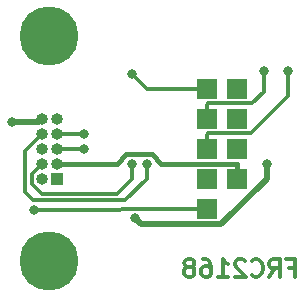
<source format=gbr>
G04 #@! TF.GenerationSoftware,KiCad,Pcbnew,(5.1.4)-1*
G04 #@! TF.CreationDate,2020-01-13T04:09:21-05:00*
G04 #@! TF.ProjectId,SRXBreakout,53525842-7265-4616-9b6f-75742e6b6963,rev?*
G04 #@! TF.SameCoordinates,Original*
G04 #@! TF.FileFunction,Copper,L2,Bot*
G04 #@! TF.FilePolarity,Positive*
%FSLAX46Y46*%
G04 Gerber Fmt 4.6, Leading zero omitted, Abs format (unit mm)*
G04 Created by KiCad (PCBNEW (5.1.4)-1) date 2020-01-13 04:09:21*
%MOMM*%
%LPD*%
G04 APERTURE LIST*
%ADD10C,0.300000*%
%ADD11R,1.000000X1.000000*%
%ADD12O,1.000000X1.000000*%
%ADD13R,1.700000X1.700000*%
%ADD14C,5.000000*%
%ADD15C,0.800000*%
%ADD16C,0.350000*%
%ADD17C,0.500000*%
%ADD18C,0.400000*%
%ADD19C,0.250000*%
G04 APERTURE END LIST*
D10*
X175846857Y-124352857D02*
X176346857Y-124352857D01*
X176346857Y-125138571D02*
X176346857Y-123638571D01*
X175632571Y-123638571D01*
X174204000Y-125138571D02*
X174704000Y-124424285D01*
X175061142Y-125138571D02*
X175061142Y-123638571D01*
X174489714Y-123638571D01*
X174346857Y-123710000D01*
X174275428Y-123781428D01*
X174204000Y-123924285D01*
X174204000Y-124138571D01*
X174275428Y-124281428D01*
X174346857Y-124352857D01*
X174489714Y-124424285D01*
X175061142Y-124424285D01*
X172704000Y-124995714D02*
X172775428Y-125067142D01*
X172989714Y-125138571D01*
X173132571Y-125138571D01*
X173346857Y-125067142D01*
X173489714Y-124924285D01*
X173561142Y-124781428D01*
X173632571Y-124495714D01*
X173632571Y-124281428D01*
X173561142Y-123995714D01*
X173489714Y-123852857D01*
X173346857Y-123710000D01*
X173132571Y-123638571D01*
X172989714Y-123638571D01*
X172775428Y-123710000D01*
X172704000Y-123781428D01*
X172132571Y-123781428D02*
X172061142Y-123710000D01*
X171918285Y-123638571D01*
X171561142Y-123638571D01*
X171418285Y-123710000D01*
X171346857Y-123781428D01*
X171275428Y-123924285D01*
X171275428Y-124067142D01*
X171346857Y-124281428D01*
X172204000Y-125138571D01*
X171275428Y-125138571D01*
X169846857Y-125138571D02*
X170704000Y-125138571D01*
X170275428Y-125138571D02*
X170275428Y-123638571D01*
X170418285Y-123852857D01*
X170561142Y-123995714D01*
X170704000Y-124067142D01*
X168561142Y-123638571D02*
X168846857Y-123638571D01*
X168989714Y-123710000D01*
X169061142Y-123781428D01*
X169204000Y-123995714D01*
X169275428Y-124281428D01*
X169275428Y-124852857D01*
X169204000Y-124995714D01*
X169132571Y-125067142D01*
X168989714Y-125138571D01*
X168704000Y-125138571D01*
X168561142Y-125067142D01*
X168489714Y-124995714D01*
X168418285Y-124852857D01*
X168418285Y-124495714D01*
X168489714Y-124352857D01*
X168561142Y-124281428D01*
X168704000Y-124210000D01*
X168989714Y-124210000D01*
X169132571Y-124281428D01*
X169204000Y-124352857D01*
X169275428Y-124495714D01*
X167561142Y-124281428D02*
X167704000Y-124210000D01*
X167775428Y-124138571D01*
X167846857Y-123995714D01*
X167846857Y-123924285D01*
X167775428Y-123781428D01*
X167704000Y-123710000D01*
X167561142Y-123638571D01*
X167275428Y-123638571D01*
X167132571Y-123710000D01*
X167061142Y-123781428D01*
X166989714Y-123924285D01*
X166989714Y-123995714D01*
X167061142Y-124138571D01*
X167132571Y-124210000D01*
X167275428Y-124281428D01*
X167561142Y-124281428D01*
X167704000Y-124352857D01*
X167775428Y-124424285D01*
X167846857Y-124567142D01*
X167846857Y-124852857D01*
X167775428Y-124995714D01*
X167704000Y-125067142D01*
X167561142Y-125138571D01*
X167275428Y-125138571D01*
X167132571Y-125067142D01*
X167061142Y-124995714D01*
X166989714Y-124852857D01*
X166989714Y-124567142D01*
X167061142Y-124424285D01*
X167132571Y-124352857D01*
X167275428Y-124281428D01*
D11*
X156210000Y-116840000D03*
D12*
X154940000Y-116840000D03*
X156210000Y-115570000D03*
X154940000Y-115570000D03*
X156210000Y-114300000D03*
X154940000Y-114300000D03*
X156210000Y-113030000D03*
X154940000Y-113030000D03*
X156210000Y-111760000D03*
X154940000Y-111760000D03*
D13*
X168910000Y-119380000D03*
X168910000Y-109220000D03*
X168910000Y-116840000D03*
X171450000Y-109220000D03*
X171450000Y-111760000D03*
X168910000Y-111760000D03*
X168910000Y-114300000D03*
X171450000Y-114300000D03*
X171450000Y-116840000D03*
D14*
X155575000Y-123825000D03*
X155575000Y-104775000D03*
D15*
X162560000Y-107950000D03*
X158496000Y-113030000D03*
X158496000Y-114300000D03*
X173990000Y-115570000D03*
X162814000Y-120142000D03*
X162560000Y-115570000D03*
X173736000Y-107696000D03*
X163830000Y-115570000D03*
X175768000Y-107696000D03*
X154305000Y-119435010D03*
X152400000Y-112014000D03*
D16*
X163830000Y-109220000D02*
X162560000Y-107950000D01*
X168910000Y-109220000D02*
X163830000Y-109220000D01*
X158496000Y-113030000D02*
X156210000Y-113030000D01*
X156464000Y-114554000D02*
X156210000Y-114300000D01*
X156210000Y-114300000D02*
X158496000Y-114300000D01*
D17*
X173990000Y-115570000D02*
X173990000Y-116810002D01*
X173990000Y-116810002D02*
X170120001Y-120680001D01*
X163352001Y-120680001D02*
X169387999Y-120680001D01*
X162814000Y-120142000D02*
X163352001Y-120680001D01*
X170120001Y-120680001D02*
X169387999Y-120680001D01*
X169387999Y-120680001D02*
X167699999Y-120680001D01*
D18*
X171450000Y-115590000D02*
X171450000Y-116840000D01*
X156210000Y-115570000D02*
X161290000Y-115570000D01*
X161290000Y-115570000D02*
X162090001Y-114769999D01*
X162090001Y-114769999D02*
X164214001Y-114769999D01*
X164214001Y-114769999D02*
X165014002Y-115570000D01*
X165014002Y-115570000D02*
X171430000Y-115570000D01*
X171430000Y-115570000D02*
X171450000Y-115590000D01*
D16*
X154064999Y-116445001D02*
X154064999Y-117234999D01*
X154940000Y-115570000D02*
X154064999Y-116445001D01*
X154064999Y-117234999D02*
X154940000Y-118110000D01*
X154940000Y-118110000D02*
X161290000Y-118110000D01*
X161290000Y-118110000D02*
X162560000Y-116840000D01*
X162560000Y-116840000D02*
X162560000Y-115570000D01*
X169024999Y-110445001D02*
X172764999Y-110445001D01*
X168910000Y-111760000D02*
X168910000Y-110560000D01*
X168910000Y-110560000D02*
X169024999Y-110445001D01*
X172764999Y-110445001D02*
X173736000Y-109474000D01*
X173736000Y-109474000D02*
X173736000Y-108458000D01*
X173736000Y-108458000D02*
X173736000Y-107696000D01*
X153514989Y-114455011D02*
X153514989Y-117954989D01*
X154940000Y-113030000D02*
X153514989Y-114455011D01*
X154220010Y-118660010D02*
X162009990Y-118660010D01*
X153514989Y-117954989D02*
X154220010Y-118660010D01*
X162009990Y-118660010D02*
X163830000Y-116840000D01*
X163830000Y-116840000D02*
X163830000Y-115570000D01*
X172600001Y-112985001D02*
X175768000Y-109817002D01*
X169024999Y-112985001D02*
X172600001Y-112985001D01*
X168910000Y-114300000D02*
X168910000Y-113100000D01*
X168910000Y-113100000D02*
X169024999Y-112985001D01*
X175768000Y-109817002D02*
X175768000Y-107696000D01*
X154305000Y-119380000D02*
X154305000Y-119435010D01*
X168910000Y-119380000D02*
X154305000Y-119435010D01*
D19*
X171450000Y-111760000D02*
X171450000Y-111125000D01*
D17*
X171450000Y-111760000D02*
X171246800Y-111760000D01*
X154686000Y-112014000D02*
X154940000Y-111760000D01*
X152400000Y-112014000D02*
X154686000Y-112014000D01*
M02*

</source>
